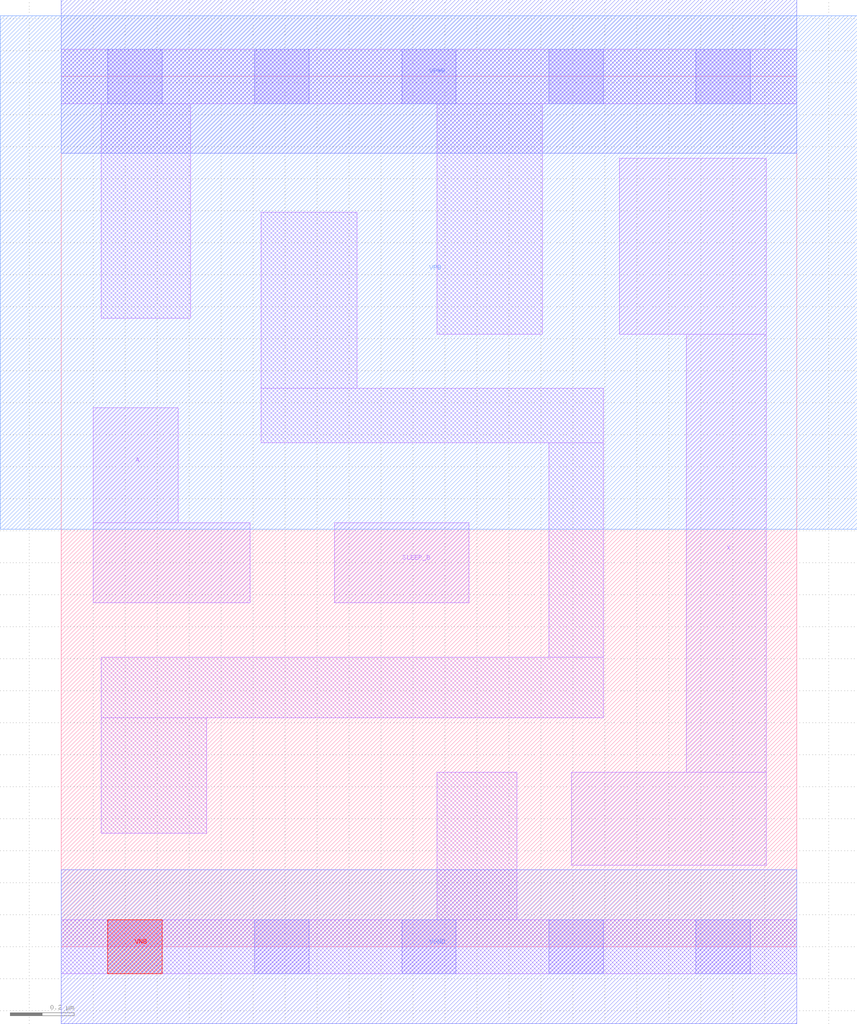
<source format=lef>
# Copyright 2020 The SkyWater PDK Authors
#
# Licensed under the Apache License, Version 2.0 (the "License");
# you may not use this file except in compliance with the License.
# You may obtain a copy of the License at
#
#     https://www.apache.org/licenses/LICENSE-2.0
#
# Unless required by applicable law or agreed to in writing, software
# distributed under the License is distributed on an "AS IS" BASIS,
# WITHOUT WARRANTIES OR CONDITIONS OF ANY KIND, either express or implied.
# See the License for the specific language governing permissions and
# limitations under the License.
#
# SPDX-License-Identifier: Apache-2.0

VERSION 5.7 ;
  NOWIREEXTENSIONATPIN ON ;
  DIVIDERCHAR "/" ;
  BUSBITCHARS "[]" ;
PROPERTYDEFINITIONS
  MACRO maskLayoutSubType STRING ;
  MACRO prCellType STRING ;
  MACRO originalViewName STRING ;
END PROPERTYDEFINITIONS
MACRO sky130_fd_sc_hdll__inputiso0n_1
  CLASS CORE ;
  FOREIGN sky130_fd_sc_hdll__inputiso0n_1 ;
  ORIGIN  0.000000  0.000000 ;
  SIZE  2.300000 BY  2.720000 ;
  SYMMETRY X Y R90 ;
  SITE unithd ;
  PIN A
    ANTENNAGATEAREA  0.138600 ;
    DIRECTION INPUT ;
    USE SIGNAL ;
    PORT
      LAYER li1 ;
        RECT 0.100000 1.075000 0.590000 1.325000 ;
        RECT 0.100000 1.325000 0.365000 1.685000 ;
    END
  END A
  PIN SLEEP_B
    ANTENNAGATEAREA  0.138600 ;
    DIRECTION INPUT ;
    USE SIGNAL ;
    PORT
      LAYER li1 ;
        RECT 0.855000 1.075000 1.275000 1.325000 ;
    END
  END SLEEP_B
  PIN VGND
    ANTENNADIFFAREA  0.244600 ;
    DIRECTION INOUT ;
    USE SIGNAL ;
    PORT
      LAYER met1 ;
        RECT 0.000000 -0.240000 2.300000 0.240000 ;
    END
  END VGND
  PIN VNB
    PORT
      LAYER pwell ;
        RECT 0.145000 -0.085000 0.315000 0.085000 ;
    END
  END VNB
  PIN VPB
    PORT
      LAYER nwell ;
        RECT -0.190000 1.305000 2.490000 2.910000 ;
    END
  END VPB
  PIN VPWR
    ANTENNADIFFAREA  0.469100 ;
    DIRECTION INOUT ;
    USE SIGNAL ;
    PORT
      LAYER met1 ;
        RECT 0.000000 2.480000 2.300000 2.960000 ;
    END
  END VPWR
  PIN X
    ANTENNADIFFAREA  0.539000 ;
    DIRECTION OUTPUT ;
    USE SIGNAL ;
    PORT
      LAYER li1 ;
        RECT 1.595000 0.255000 2.205000 0.545000 ;
        RECT 1.745000 1.915000 2.205000 2.465000 ;
        RECT 1.955000 0.545000 2.205000 1.915000 ;
    END
  END X
  OBS
    LAYER li1 ;
      RECT 0.000000 -0.085000 2.300000 0.085000 ;
      RECT 0.000000  2.635000 2.300000 2.805000 ;
      RECT 0.125000  0.355000 0.455000 0.715000 ;
      RECT 0.125000  0.715000 1.695000 0.905000 ;
      RECT 0.125000  1.965000 0.405000 2.635000 ;
      RECT 0.625000  1.575000 1.695000 1.745000 ;
      RECT 0.625000  1.745000 0.925000 2.295000 ;
      RECT 1.175000  0.085000 1.425000 0.545000 ;
      RECT 1.175000  1.915000 1.505000 2.635000 ;
      RECT 1.525000  0.905000 1.695000 1.575000 ;
    LAYER mcon ;
      RECT 0.145000 -0.085000 0.315000 0.085000 ;
      RECT 0.145000  2.635000 0.315000 2.805000 ;
      RECT 0.605000 -0.085000 0.775000 0.085000 ;
      RECT 0.605000  2.635000 0.775000 2.805000 ;
      RECT 1.065000 -0.085000 1.235000 0.085000 ;
      RECT 1.065000  2.635000 1.235000 2.805000 ;
      RECT 1.525000 -0.085000 1.695000 0.085000 ;
      RECT 1.525000  2.635000 1.695000 2.805000 ;
      RECT 1.985000 -0.085000 2.155000 0.085000 ;
      RECT 1.985000  2.635000 2.155000 2.805000 ;
  END
  PROPERTY maskLayoutSubType "abstract" ;
  PROPERTY prCellType "standard" ;
  PROPERTY originalViewName "layout" ;
END sky130_fd_sc_hdll__inputiso0n_1
END LIBRARY

</source>
